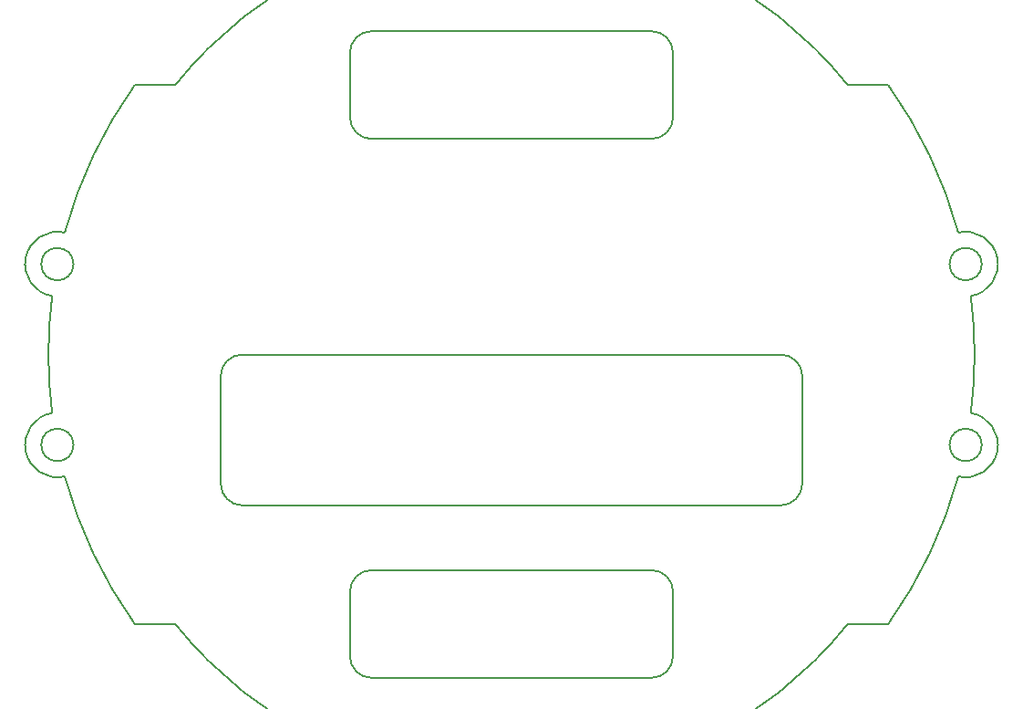
<source format=gbr>
%TF.GenerationSoftware,KiCad,Pcbnew,7.0.5*%
%TF.CreationDate,2024-07-07T22:05:08+09:00*%
%TF.ProjectId,dengen,64656e67-656e-42e6-9b69-6361645f7063,rev?*%
%TF.SameCoordinates,Original*%
%TF.FileFunction,Profile,NP*%
%FSLAX46Y46*%
G04 Gerber Fmt 4.6, Leading zero omitted, Abs format (unit mm)*
G04 Created by KiCad (PCBNEW 7.0.5) date 2024-07-07 22:05:08*
%MOMM*%
%LPD*%
G01*
G04 APERTURE LIST*
%TA.AperFunction,Profile*%
%ADD10C,0.200000*%
%TD*%
G04 APERTURE END LIST*
D10*
X137473767Y-68588867D02*
G75*
G03*
X135473767Y-70588884I33J-2000033D01*
G01*
X191959988Y-87279849D02*
G75*
G03*
X185459478Y-73588884I-41486188J-11309051D01*
G01*
X135473816Y-126588884D02*
G75*
G03*
X137473767Y-128588884I1999984J-16D01*
G01*
X165473816Y-120588884D02*
G75*
G03*
X163473767Y-118588884I-2000016J-16D01*
G01*
X181698757Y-73588884D02*
G75*
G03*
X119248777Y-73588884I-31224990J-25000000D01*
G01*
X163473767Y-68588884D02*
X137473767Y-68588884D01*
X109800000Y-90200000D02*
G75*
G03*
X109800000Y-90200000I-1500000J0D01*
G01*
X194147534Y-106977768D02*
G75*
G03*
X194147534Y-106977768I-1500000J0D01*
G01*
X135473767Y-70588884D02*
X135473767Y-76588884D01*
X137473767Y-118588884D02*
X163473767Y-118588884D01*
X123473816Y-110588884D02*
G75*
G03*
X125473767Y-112588884I1999984J-16D01*
G01*
X185459478Y-123588884D02*
G75*
G03*
X191959978Y-109897916I-34985678J24999984D01*
G01*
X185459478Y-73588884D02*
X181698757Y-73588884D01*
X165473767Y-76588884D02*
X165473767Y-70588884D01*
X175473767Y-112588867D02*
G75*
G03*
X177473767Y-110588884I33J1999967D01*
G01*
X165473767Y-120588884D02*
X165473767Y-126588884D01*
X123473767Y-110588884D02*
X123473767Y-100588884D01*
X177473816Y-100588884D02*
G75*
G03*
X175473767Y-98588884I-2000016J-16D01*
G01*
X163473767Y-128588884D02*
X137473767Y-128588884D01*
X193129806Y-93160967D02*
G75*
G03*
X191959979Y-87279853I-482306J2960967D01*
G01*
X163473767Y-78588867D02*
G75*
G03*
X165473767Y-76588884I33J1999967D01*
G01*
X119248777Y-123588884D02*
G75*
G03*
X181698757Y-123588884I31224990J25000000D01*
G01*
X125473767Y-98588884D02*
X175473767Y-98588884D01*
X137473767Y-78588884D02*
X163473767Y-78588884D01*
X194147534Y-90200000D02*
G75*
G03*
X194147534Y-90200000I-1500000J0D01*
G01*
X137473767Y-118588867D02*
G75*
G03*
X135473767Y-120588884I33J-2000033D01*
G01*
X107817736Y-104016849D02*
G75*
G03*
X108987555Y-109897916I482264J-2960951D01*
G01*
X165473816Y-70588884D02*
G75*
G03*
X163473767Y-68588884I-2000016J-16D01*
G01*
X108987555Y-87279851D02*
G75*
G03*
X107817726Y-93160982I-687555J-2920149D01*
G01*
X109800000Y-106977768D02*
G75*
G03*
X109800000Y-106977768I-1500000J0D01*
G01*
X193129811Y-104016786D02*
G75*
G03*
X193129807Y-93160982I-42656011J5427886D01*
G01*
X135473767Y-126588884D02*
X135473767Y-120588884D01*
X119248777Y-73588884D02*
X115488056Y-73588884D01*
X135473816Y-76588884D02*
G75*
G03*
X137473767Y-78588884I1999984J-16D01*
G01*
X115488069Y-73588893D02*
G75*
G03*
X108987555Y-87279852I34985631J-25000007D01*
G01*
X177473767Y-100588884D02*
X177473767Y-110588884D01*
X191959961Y-109897991D02*
G75*
G03*
X193129808Y-104016786I687539J2920191D01*
G01*
X107817725Y-93160982D02*
G75*
G03*
X107817727Y-104016786I42655975J-5427898D01*
G01*
X181698757Y-123588884D02*
X185459478Y-123588884D01*
X115488056Y-123588884D02*
X119248777Y-123588884D01*
X163473767Y-128588867D02*
G75*
G03*
X165473767Y-126588884I33J1999967D01*
G01*
X175473767Y-112588884D02*
X125473767Y-112588884D01*
X108987551Y-109897917D02*
G75*
G03*
X115488057Y-123588883I41486149J11309017D01*
G01*
X125473767Y-98588867D02*
G75*
G03*
X123473767Y-100588884I33J-2000033D01*
G01*
M02*

</source>
